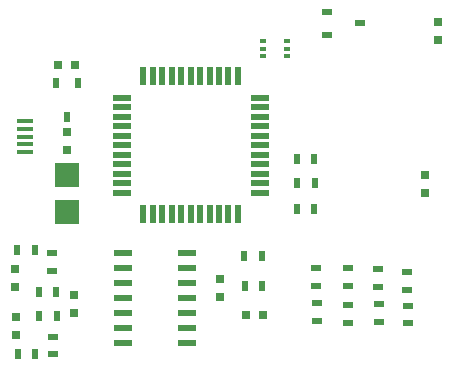
<source format=gbr>
G04 #@! TF.FileFunction,Paste,Top*
%FSLAX46Y46*%
G04 Gerber Fmt 4.6, Leading zero omitted, Abs format (unit mm)*
G04 Created by KiCad (PCBNEW (2015-08-05 BZR 6055, Git fa29c62)-product) date 26/09/2015 2:23:25 PM*
%MOMM*%
G01*
G04 APERTURE LIST*
%ADD10C,0.100000*%
%ADD11R,0.750000X0.800000*%
%ADD12R,0.800000X0.750000*%
%ADD13R,2.000000X2.000000*%
%ADD14R,1.600000X0.560000*%
%ADD15R,0.560000X1.600000*%
%ADD16R,1.350000X0.400000*%
%ADD17R,0.900000X0.600000*%
%ADD18R,0.500000X0.900000*%
%ADD19R,0.900000X0.500000*%
%ADD20R,0.600000X0.900000*%
%ADD21R,1.500000X0.600000*%
%ADD22R,0.508000X0.304800*%
G04 APERTURE END LIST*
D10*
D11*
X39827200Y-152682640D03*
X39827200Y-151182640D03*
X39786560Y-147088160D03*
X39786560Y-148588160D03*
X44190920Y-135526080D03*
X44190920Y-137026080D03*
D12*
X43372340Y-129816860D03*
X44872340Y-129816860D03*
D11*
X44734480Y-150805580D03*
X44734480Y-149305580D03*
D12*
X59303220Y-150964900D03*
X60803220Y-150964900D03*
D11*
X75580240Y-126224600D03*
X75580240Y-127724600D03*
X57104280Y-147961920D03*
X57104280Y-149461920D03*
X74449940Y-139143040D03*
X74449940Y-140643040D03*
D13*
X44173140Y-139105840D03*
X44173140Y-142305840D03*
D14*
X60485400Y-140626600D03*
X60485400Y-139826600D03*
X60485400Y-139026600D03*
X60485400Y-138226600D03*
X60485400Y-137426600D03*
X60485400Y-136626600D03*
X60485400Y-135826600D03*
X60485400Y-135026600D03*
X60485400Y-134226600D03*
X60485400Y-133426600D03*
X60485400Y-132626600D03*
D15*
X58635400Y-130776600D03*
X57835400Y-130776600D03*
X57035400Y-130776600D03*
X56235400Y-130776600D03*
X55435400Y-130776600D03*
X54635400Y-130776600D03*
X53835400Y-130776600D03*
X53035400Y-130776600D03*
X52235400Y-130776600D03*
X51435400Y-130776600D03*
X50635400Y-130776600D03*
D14*
X48785400Y-132626600D03*
X48785400Y-133426600D03*
X48785400Y-134226600D03*
X48785400Y-135026600D03*
X48785400Y-135826600D03*
X48785400Y-136626600D03*
X48785400Y-137426600D03*
X48785400Y-138226600D03*
X48785400Y-139026600D03*
X48785400Y-139826600D03*
X48785400Y-140626600D03*
D15*
X50635400Y-142476600D03*
X51435400Y-142476600D03*
X52235400Y-142476600D03*
X53035400Y-142476600D03*
X53835400Y-142476600D03*
X54635400Y-142476600D03*
X55435400Y-142476600D03*
X56235400Y-142476600D03*
X57035400Y-142476600D03*
X57835400Y-142476600D03*
X58635400Y-142476600D03*
D16*
X40635360Y-134599260D03*
X40635360Y-135249260D03*
X40635360Y-135899260D03*
X40635360Y-136549260D03*
X40635360Y-137199260D03*
D17*
X68943680Y-126309120D03*
X66143680Y-127259120D03*
X66143680Y-125359120D03*
D18*
X41491600Y-154289760D03*
X39991600Y-154289760D03*
X41476360Y-145481040D03*
X39976360Y-145481040D03*
D19*
X42992040Y-154338720D03*
X42992040Y-152838720D03*
X42908220Y-147272440D03*
X42908220Y-145772440D03*
D18*
X43335640Y-151102060D03*
X41835640Y-151102060D03*
X43279760Y-149009100D03*
X41779760Y-149009100D03*
D19*
X73025000Y-150209820D03*
X73025000Y-151709820D03*
X70589140Y-150059960D03*
X70589140Y-151559960D03*
X67995800Y-150133620D03*
X67995800Y-151633620D03*
X65331340Y-150019320D03*
X65331340Y-151519320D03*
X72986900Y-147352320D03*
X72986900Y-148852320D03*
X70512940Y-147088160D03*
X70512940Y-148588160D03*
X67957700Y-147047520D03*
X67957700Y-148547520D03*
X65293240Y-147009420D03*
X65293240Y-148509420D03*
D18*
X59181300Y-146011900D03*
X60681300Y-146011900D03*
X60706700Y-148577300D03*
X59206700Y-148577300D03*
X65116140Y-137822940D03*
X63616140Y-137822940D03*
X63654240Y-139816840D03*
X65154240Y-139816840D03*
X65116140Y-141988540D03*
X63616140Y-141988540D03*
D20*
X44150280Y-134191200D03*
X43200280Y-131391200D03*
X45100280Y-131391200D03*
D21*
X48925500Y-145770600D03*
X48925500Y-147040600D03*
X48925500Y-148310600D03*
X48925500Y-149580600D03*
X48925500Y-150850600D03*
X48925500Y-152120600D03*
X48925500Y-153390600D03*
X54325500Y-153390600D03*
X54325500Y-152120600D03*
X54325500Y-150850600D03*
X54325500Y-149580600D03*
X54325500Y-148310600D03*
X54325500Y-147040600D03*
X54325500Y-145770600D03*
D22*
X60751720Y-127838200D03*
X60751720Y-129108200D03*
X62783720Y-128473200D03*
X60751720Y-128473200D03*
X62783720Y-129108200D03*
X62783720Y-127838200D03*
M02*

</source>
